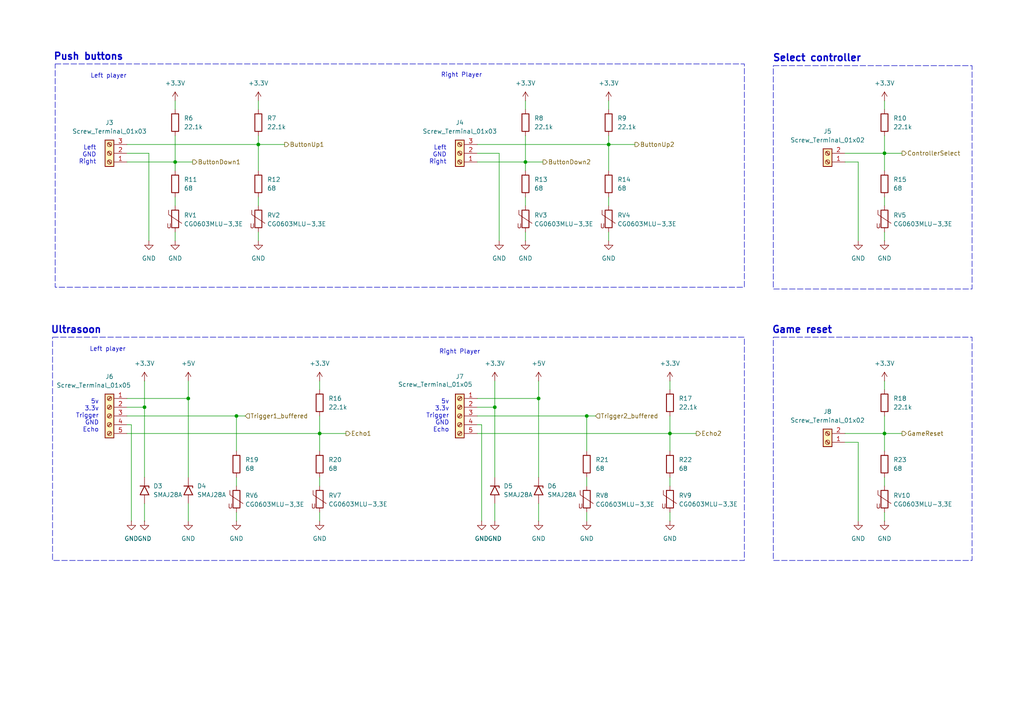
<source format=kicad_sch>
(kicad_sch (version 20231120) (generator "eeschema") (generator_version "8.0")
  (paper "A4")
  (title_block (title "Terminals") (date "2024-04-03") (rev "1.0") (company "Fontys") (comment 1 "Pong project") (comment 2 "Tommy de Wever") (comment 3 "Jochem Bosman"))
  (lib_symbols
    (symbol "Connector:Screw_Terminal_01x02" (pin_names (offset 1.016) hide)
      (property "Reference" "J" (at 0 2.54 0))
      (property "Value" "Screw_Terminal_01x02" (at 0 -5.08 0))
      (symbol "Screw_Terminal_01x02_1_1"
        (rectangle (start -1.27 1.27) (end 1.27 -3.81) (stroke (width 0.254)) (fill (type background)))
        (circle (center 0 -2.54) (radius 0.635) (stroke (width 0.1524)))
        (polyline (pts (xy -0.5334 -2.2098) (xy 0.3302 -3.048)) (stroke (width 0.1524)))
        (polyline (pts (xy -0.5334 0.3302) (xy 0.3302 -0.508)) (stroke (width 0.1524)))
        (polyline (pts (xy -0.3556 -2.032) (xy 0.508 -2.8702)) (stroke (width 0.1524)))
        (polyline (pts (xy -0.3556 0.508) (xy 0.508 -0.3302)) (stroke (width 0.1524)))
        (circle (center 0 0) (radius 0.635) (stroke (width 0.1524)))
        (pin passive line (at -5.08 0 0) (length 3.81) (name "Pin_1") (number "1"))
        (pin passive line (at -5.08 -2.54 0) (length 3.81) (name "Pin_2") (number "2"))
      )
    )
    (symbol "Connector:Screw_Terminal_01x03" (pin_names (offset 1.016) hide)
      (property "Reference" "J" (at 0 5.08 0))
      (property "Value" "Screw_Terminal_01x03" (at 0 -5.08 0))
      (symbol "Screw_Terminal_01x03_1_1"
        (rectangle (start -1.27 3.81) (end 1.27 -3.81) (stroke (width 0.254)) (fill (type background)))
        (circle (center 0 -2.54) (radius 0.635) (stroke (width 0.1524)))
        (polyline (pts (xy -0.5334 -2.2098) (xy 0.3302 -3.048)) (stroke (width 0.1524)))
        (polyline (pts (xy -0.5334 0.3302) (xy 0.3302 -0.508)) (stroke (width 0.1524)))
        (polyline (pts (xy -0.5334 2.8702) (xy 0.3302 2.032)) (stroke (width 0.1524)))
        (polyline (pts (xy -0.3556 -2.032) (xy 0.508 -2.8702)) (stroke (width 0.1524)))
        (polyline (pts (xy -0.3556 0.508) (xy 0.508 -0.3302)) (stroke (width 0.1524)))
        (polyline (pts (xy -0.3556 3.048) (xy 0.508 2.2098)) (stroke (width 0.1524)))
        (circle (center 0 0) (radius 0.635) (stroke (width 0.1524)))
        (circle (center 0 2.54) (radius 0.635) (stroke (width 0.1524)))
        (pin passive line (at -5.08 2.54 0) (length 3.81) (name "Pin_1") (number "1"))
        (pin passive line (at -5.08 0 0) (length 3.81) (name "Pin_2") (number "2"))
        (pin passive line (at -5.08 -2.54 0) (length 3.81) (name "Pin_3") (number "3"))
      )
    )
    (symbol "Connector:Screw_Terminal_01x05" (pin_names (offset 1.016) hide)
      (property "Reference" "J" (at 0 7.62 0))
      (property "Value" "Screw_Terminal_01x05" (at 0 -7.62 0))
      (symbol "Screw_Terminal_01x05_1_1"
        (rectangle (start -1.27 6.35) (end 1.27 -6.35) (stroke (width 0.254)) (fill (type background)))
        (circle (center 0 -5.08) (radius 0.635) (stroke (width 0.1524)))
        (circle (center 0 -2.54) (radius 0.635) (stroke (width 0.1524)))
        (polyline (pts (xy -0.5334 -4.7498) (xy 0.3302 -5.588)) (stroke (width 0.1524)))
        (polyline (pts (xy -0.5334 -2.2098) (xy 0.3302 -3.048)) (stroke (width 0.1524)))
        (polyline (pts (xy -0.5334 0.3302) (xy 0.3302 -0.508)) (stroke (width 0.1524)))
        (polyline (pts (xy -0.5334 2.8702) (xy 0.3302 2.032)) (stroke (width 0.1524)))
        (polyline (pts (xy -0.5334 5.4102) (xy 0.3302 4.572)) (stroke (width 0.1524)))
        (polyline (pts (xy -0.3556 -4.572) (xy 0.508 -5.4102)) (stroke (width 0.1524)))
        (polyline (pts (xy -0.3556 -2.032) (xy 0.508 -2.8702)) (stroke (width 0.1524)))
        (polyline (pts (xy -0.3556 0.508) (xy 0.508 -0.3302)) (stroke (width 0.1524)))
        (polyline (pts (xy -0.3556 3.048) (xy 0.508 2.2098)) (stroke (width 0.1524)))
        (polyline (pts (xy -0.3556 5.588) (xy 0.508 4.7498)) (stroke (width 0.1524)))
        (circle (center 0 0) (radius 0.635) (stroke (width 0.1524)))
        (circle (center 0 2.54) (radius 0.635) (stroke (width 0.1524)))
        (circle (center 0 5.08) (radius 0.635) (stroke (width 0.1524)))
        (pin passive line (at -5.08 5.08 0) (length 3.81) (name "Pin_1") (number "1"))
        (pin passive line (at -5.08 2.54 0) (length 3.81) (name "Pin_2") (number "2"))
        (pin passive line (at -5.08 0 0) (length 3.81) (name "Pin_3") (number "3"))
        (pin passive line (at -5.08 -2.54 0) (length 3.81) (name "Pin_4") (number "4"))
        (pin passive line (at -5.08 -5.08 0) (length 3.81) (name "Pin_5") (number "5"))
      )
    )
    (symbol "Device:R" (pin_numbers hide) (pin_names (offset 0))
      (property "Reference" "R" (at 2.032 0 90))
      (property "Value" "R" (at 0 0 90))
      (symbol "R_0_1"
        (rectangle (start -1.016 -2.54) (end 1.016 2.54) (stroke (width 0.254)))
      )
      (symbol "R_1_1"
        (pin passive line (at 0 3.81 270) (length 1.27) (name "~") (number "1"))
        (pin passive line (at 0 -3.81 90) (length 1.27) (name "~") (number "2"))
      )
    )
    (symbol "Device:Varistor" (pin_numbers hide) (pin_names (offset 0))
      (property "Reference" "RV" (at 3.175 0 90))
      (property "Value" "Varistor" (at -3.175 0 90))
      (symbol "Varistor_0_0"
        (text "U" (at -1.778 -2.032 0) (effects (font (size 1.27 1.27))))
      )
      (symbol "Varistor_0_1"
        (rectangle (start -1.016 -2.54) (end 1.016 2.54) (stroke (width 0.254)))
        (polyline (pts (xy -1.905 2.54) (xy -1.905 1.27) (xy 1.905 -1.27)))
      )
      (symbol "Varistor_1_1"
        (pin passive line (at 0 3.81 270) (length 1.27) (name "~") (number "1"))
        (pin passive line (at 0 -3.81 90) (length 1.27) (name "~") (number "2"))
      )
    )
    (symbol "Diode:SMAJ28A" (pin_numbers hide) (pin_names (offset 1.016) hide)
      (property "Reference" "D" (at 0 2.54 0))
      (property "Value" "SMAJ28A" (at 0 -2.54 0))
      (symbol "SMAJ28A_0_1"
        (polyline (pts (xy -0.762 1.27) (xy -1.27 1.27) (xy -1.27 -1.27)) (stroke (width 0.254)))
        (polyline (pts (xy 1.27 1.27) (xy 1.27 -1.27) (xy -1.27 0) (xy 1.27 1.27)) (stroke (width 0.254)))
      )
      (symbol "SMAJ28A_1_1"
        (pin passive line (at -3.81 0 0) (length 2.54) (name "A1") (number "1"))
        (pin passive line (at 3.81 0 180) (length 2.54) (name "A2") (number "2"))
      )
    )
    (symbol "power:+3.3V" (power) (pin_numbers hide) (pin_names (offset 0) hide)
      (property "Value" "+3.3V" (at 0 3.556 0))
      (symbol "+3.3V_0_1"
        (polyline (pts (xy -0.762 1.27) (xy 0 2.54)))
        (polyline (pts (xy 0 0) (xy 0 2.54)))
        (polyline (pts (xy 0 2.54) (xy 0.762 1.27)))
      )
      (symbol "+3.3V_1_1"
        (pin power_in line (at 0 0 90) (length 0) (name "~") (number "1"))
      )
    )
    (symbol "power:+5V" (power) (pin_numbers hide) (pin_names (offset 0) hide)
      (property "Value" "+5V" (at 0 3.556 0))
      (symbol "+5V_0_1"
        (polyline (pts (xy -0.762 1.27) (xy 0 2.54)))
        (polyline (pts (xy 0 0) (xy 0 2.54)))
        (polyline (pts (xy 0 2.54) (xy 0.762 1.27)))
      )
      (symbol "+5V_1_1"
        (pin power_in line (at 0 0 90) (length 0) (name "~") (number "1"))
      )
    )
    (symbol "power:GND" (power) (pin_numbers hide) (pin_names (offset 0) hide)
      (property "Value" "GND" (at 0 -3.81 0))
      (symbol "GND_0_1"
        (polyline (pts (xy 0 0) (xy 0 -1.27) (xy 1.27 -1.27) (xy 0 -2.54) (xy -1.27 -1.27) (xy 0 -1.27)))
      )
      (symbol "GND_1_1"
        (pin power_in line (at 0 0 270) (length 0) (name "~") (number "1"))
      )
    )
  )
  (junction (at 74.93 41.91))
  (junction (at 50.8 46.99))
  (junction (at 256.54 125.73))
  (junction (at 156.21 115.57))
  (junction (at 92.71 125.73))
  (junction (at 170.18 120.65))
  (junction (at 256.54 44.45))
  (junction (at 54.61 115.57))
  (junction (at 143.51 118.11))
  (junction (at 176.53 41.91))
  (junction (at 152.4 46.99))
  (junction (at 41.91 118.11))
  (junction (at 194.31 125.73))
  (junction (at 68.58 120.65))
  (wire (pts (xy 194.31 138.43) (xy 194.31 140.97)))
  (wire (pts (xy 256.54 44.45) (xy 261.62 44.45)))
  (wire (pts (xy 248.92 128.27) (xy 245.11 128.27)))
  (wire (pts (xy 50.8 57.15) (xy 50.8 59.69)))
  (wire (pts (xy 36.83 123.19) (xy 38.1 123.19)))
  (wire (pts (xy 138.43 44.45) (xy 144.78 44.45)))
  (wire (pts (xy 245.11 44.45) (xy 256.54 44.45)))
  (wire (pts (xy 50.8 46.99) (xy 50.8 49.53)))
  (wire (pts (xy 92.71 148.59) (xy 92.71 151.13)))
  (wire (pts (xy 152.4 67.31) (xy 152.4 69.85)))
  (wire (pts (xy 41.91 138.43) (xy 41.91 118.11)))
  (wire (pts (xy 138.43 125.73) (xy 194.31 125.73)))
  (wire (pts (xy 248.92 46.99) (xy 248.92 69.85)))
  (wire (pts (xy 36.83 44.45) (xy 43.18 44.45)))
  (wire (pts (xy 152.4 46.99) (xy 152.4 49.53)))
  (wire (pts (xy 256.54 39.37) (xy 256.54 44.45)))
  (wire (pts (xy 143.51 110.49) (xy 143.51 118.11)))
  (wire (pts (xy 92.71 110.49) (xy 92.71 113.03)))
  (wire (pts (xy 256.54 148.59) (xy 256.54 151.13)))
  (wire (pts (xy 256.54 44.45) (xy 256.54 49.53)))
  (wire (pts (xy 152.4 29.21) (xy 152.4 31.75)))
  (wire (pts (xy 68.58 120.65) (xy 71.12 120.65)))
  (wire (pts (xy 256.54 57.15) (xy 256.54 59.69)))
  (wire (pts (xy 68.58 138.43) (xy 68.58 140.97)))
  (wire (pts (xy 68.58 130.81) (xy 68.58 120.65)))
  (wire (pts (xy 248.92 46.99) (xy 245.11 46.99)))
  (wire (pts (xy 170.18 148.59) (xy 170.18 151.13)))
  (wire (pts (xy 176.53 29.21) (xy 176.53 31.75)))
  (wire (pts (xy 256.54 125.73) (xy 256.54 130.81)))
  (wire (pts (xy 152.4 46.99) (xy 157.48 46.99)))
  (wire (pts (xy 36.83 46.99) (xy 50.8 46.99)))
  (wire (pts (xy 74.93 41.91) (xy 82.55 41.91)))
  (wire (pts (xy 176.53 67.31) (xy 176.53 69.85)))
  (wire (pts (xy 74.93 39.37) (xy 74.93 41.91)))
  (wire (pts (xy 43.18 44.45) (xy 43.18 69.85)))
  (wire (pts (xy 50.8 67.31) (xy 50.8 69.85)))
  (wire (pts (xy 50.8 29.21) (xy 50.8 31.75)))
  (wire (pts (xy 50.8 39.37) (xy 50.8 46.99)))
  (wire (pts (xy 194.31 120.65) (xy 194.31 125.73)))
  (wire (pts (xy 156.21 146.05) (xy 156.21 151.13)))
  (wire (pts (xy 41.91 110.49) (xy 41.91 118.11)))
  (wire (pts (xy 152.4 57.15) (xy 152.4 59.69)))
  (wire (pts (xy 245.11 125.73) (xy 256.54 125.73)))
  (wire (pts (xy 176.53 39.37) (xy 176.53 41.91)))
  (wire (pts (xy 74.93 67.31) (xy 74.93 69.85)))
  (wire (pts (xy 54.61 110.49) (xy 54.61 115.57)))
  (wire (pts (xy 36.83 120.65) (xy 68.58 120.65)))
  (wire (pts (xy 74.93 29.21) (xy 74.93 31.75)))
  (wire (pts (xy 50.8 46.99) (xy 55.88 46.99)))
  (wire (pts (xy 92.71 125.73) (xy 100.33 125.73)))
  (wire (pts (xy 194.31 125.73) (xy 194.31 130.81)))
  (wire (pts (xy 194.31 148.59) (xy 194.31 151.13)))
  (wire (pts (xy 38.1 123.19) (xy 38.1 151.13)))
  (wire (pts (xy 92.71 125.73) (xy 92.71 130.81)))
  (wire (pts (xy 156.21 115.57) (xy 156.21 138.43)))
  (wire (pts (xy 256.54 29.21) (xy 256.54 31.75)))
  (wire (pts (xy 138.43 41.91) (xy 176.53 41.91)))
  (wire (pts (xy 156.21 110.49) (xy 156.21 115.57)))
  (wire (pts (xy 139.7 123.19) (xy 139.7 151.13)))
  (wire (pts (xy 256.54 67.31) (xy 256.54 69.85)))
  (wire (pts (xy 143.51 138.43) (xy 143.51 118.11)))
  (wire (pts (xy 256.54 110.49) (xy 256.54 113.03)))
  (wire (pts (xy 170.18 120.65) (xy 172.72 120.65)))
  (wire (pts (xy 256.54 138.43) (xy 256.54 140.97)))
  (wire (pts (xy 68.58 148.59) (xy 68.58 151.13)))
  (wire (pts (xy 54.61 115.57) (xy 54.61 138.43)))
  (wire (pts (xy 194.31 110.49) (xy 194.31 113.03)))
  (wire (pts (xy 143.51 146.05) (xy 143.51 151.13)))
  (wire (pts (xy 152.4 39.37) (xy 152.4 46.99)))
  (wire (pts (xy 41.91 146.05) (xy 41.91 151.13)))
  (wire (pts (xy 176.53 41.91) (xy 184.15 41.91)))
  (wire (pts (xy 36.83 125.73) (xy 92.71 125.73)))
  (wire (pts (xy 143.51 118.11) (xy 138.43 118.11)))
  (wire (pts (xy 248.92 128.27) (xy 248.92 151.13)))
  (wire (pts (xy 176.53 57.15) (xy 176.53 59.69)))
  (wire (pts (xy 256.54 125.73) (xy 261.62 125.73)))
  (wire (pts (xy 36.83 41.91) (xy 74.93 41.91)))
  (wire (pts (xy 176.53 41.91) (xy 176.53 49.53)))
  (wire (pts (xy 74.93 57.15) (xy 74.93 59.69)))
  (wire (pts (xy 54.61 146.05) (xy 54.61 151.13)))
  (wire (pts (xy 256.54 120.65) (xy 256.54 125.73)))
  (wire (pts (xy 144.78 44.45) (xy 144.78 69.85)))
  (wire (pts (xy 36.83 115.57) (xy 54.61 115.57)))
  (wire (pts (xy 92.71 138.43) (xy 92.71 140.97)))
  (wire (pts (xy 92.71 120.65) (xy 92.71 125.73)))
  (wire (pts (xy 138.43 46.99) (xy 152.4 46.99)))
  (wire (pts (xy 138.43 120.65) (xy 170.18 120.65)))
  (wire (pts (xy 194.31 125.73) (xy 201.93 125.73)))
  (wire (pts (xy 170.18 138.43) (xy 170.18 140.97)))
  (wire (pts (xy 41.91 118.11) (xy 36.83 118.11)))
  (wire (pts (xy 138.43 123.19) (xy 139.7 123.19)))
  (wire (pts (xy 170.18 130.81) (xy 170.18 120.65)))
  (wire (pts (xy 138.43 115.57) (xy 156.21 115.57)))
  (wire (pts (xy 74.93 41.91) (xy 74.93 49.53)))
  (rectangle (start 224.282 97.79) (end 281.94 162.56) (stroke (width 0) (type dash)))
  (rectangle (start 224.282 19.05) (end 281.94 83.82) (stroke (width 0) (type dash)))
  (rectangle (start 16.002 18.542) (end 215.9 83.312) (stroke (width 0) (type dash)))
  (rectangle (start 15.24 97.79) (end 215.9 162.56) (stroke (width 0) (type dash)))
  (text "5v\n3.3v\nTrigger\nGND\nEcho\n" (at 130.302 120.65 0) (effects (font (size 1.27 1.27)) (justify right)))
  (text "Ultrasoon" (at 22.098 95.758 0) (effects (font (size 2 2) (bold yes))))
  (text "Game reset" (at 232.664 95.758 0) (effects (font (size 2 2) (bold yes))))
  (text "Left\nGND\nRight" (at 129.54 44.958 0) (effects (font (size 1.27 1.27)) (justify right)))
  (text "5v\n3.3v\nTrigger\nGND\nEcho\n" (at 28.702 120.65 0) (effects (font (size 1.27 1.27)) (justify right)))
  (text "Left\nGND\nRight" (at 27.94 44.958 0) (effects (font (size 1.27 1.27)) (justify right)))
  (text "Push buttons" (at 25.654 16.51 0) (effects (font (size 2 2) (bold yes))))
  (text "Left player" (at 31.496 22.098 0) (effects (font (size 1.27 1.27))))
  (text "Right Player" (at 133.858 21.844 0) (effects (font (size 1.27 1.27))))
  (text "Select controller\n\n" (at 236.982 18.542 0) (effects (font (size 2 2) (bold yes))))
  (text "Right Player" (at 133.35 102.108 0) (effects (font (size 1.27 1.27))))
  (text "Left player" (at 31.242 101.346 0) (effects (font (size 1.27 1.27))))
  (hierarchical_label "GameReset" (shape output) (at 261.62 125.73 0))
  (hierarchical_label "Echo1" (shape output) (at 100.33 125.73 0))
  (hierarchical_label "ButtonUp1" (shape output) (at 82.55 41.91 0))
  (hierarchical_label "ControllerSelect" (shape output) (at 261.62 44.45 0))
  (hierarchical_label "ButtonDown2" (shape output) (at 157.48 46.99 0))
  (hierarchical_label "Trigger1_buffered" (shape input) (at 71.12 120.65 0))
  (hierarchical_label "Trigger2_buffered" (shape input) (at 172.72 120.65 0))
  (hierarchical_label "ButtonDown1" (shape output) (at 55.88 46.99 0))
  (hierarchical_label "ButtonUp2" (shape output) (at 184.15 41.91 0))
  (hierarchical_label "Echo2" (shape output) (at 201.93 125.73 0))
  (symbol (lib_id "power:GND") (at 50.8 69.85 0) (unit 1)
    (property "Reference" "#PWR047" (effects (hide yes)))
    (property "Value" "GND" (at 50.8 74.93 0))
    (property "Description" "Power symbol creates a global label with name \"GND\" , ground" (effects (hide yes)))
  )
  (symbol (lib_id "Device:Varistor") (at 194.31 144.78 0) (unit 1)
    (property "Reference" "RV9" (at 196.85 143.7032 0) (effects (justify left)))
    (property "Value" "CG0603MLU-3,3E" (at 196.85 146.2432 0) (effects (justify left)))
    (property "Footprint" "Resistor_SMD:R_0603_1608Metric" (effects (hide yes)))
    (property "Description" "Voltage dependent resistor" (effects (hide yes)))
    (property "Sim.Name" "kicad_builtin_varistor" (effects (hide yes)))
    (property "Sim.Device" "SUBCKT" (effects (hide yes)))
    (property "Sim.Pins" "1=A 2=B" (effects (hide yes)))
    (property "Sim.Params" "threshold=1k" (effects (hide yes)))
    (property "Sim.Library" "${KICAD7_SYMBOL_DIR}/Simulation_SPICE.sp" (effects (hide yes)))
  )
  (symbol (lib_id "Device:Varistor") (at 256.54 63.5 0) (unit 1)
    (property "Reference" "RV5" (at 259.08 62.4232 0) (effects (justify left)))
    (property "Value" "CG0603MLU-3,3E" (at 259.08 64.9632 0) (effects (justify left)))
    (property "Footprint" "Resistor_SMD:R_0603_1608Metric" (effects (hide yes)))
    (property "Description" "Voltage dependent resistor" (effects (hide yes)))
    (property "Sim.Name" "kicad_builtin_varistor" (effects (hide yes)))
    (property "Sim.Device" "SUBCKT" (effects (hide yes)))
    (property "Sim.Pins" "1=A 2=B" (effects (hide yes)))
    (property "Sim.Params" "threshold=1k" (effects (hide yes)))
    (property "Sim.Library" "${KICAD7_SYMBOL_DIR}/Simulation_SPICE.sp" (effects (hide yes)))
  )
  (symbol (lib_id "Device:R") (at 152.4 53.34 0) (unit 1)
    (property "Reference" "R13" (at 154.94 52.0699 0) (effects (justify left)))
    (property "Value" "68" (at 154.94 54.6099 0) (effects (justify left)))
    (property "Footprint" "Resistor_SMD:R_0603_1608Metric" (effects (hide yes)))
    (property "Description" "Resistor" (effects (hide yes)))
  )
  (symbol (lib_id "power:GND") (at 256.54 69.85 0) (unit 1)
    (property "Reference" "#PWR053" (effects (hide yes)))
    (property "Value" "GND" (at 256.54 74.93 0))
    (property "Description" "Power symbol creates a global label with name \"GND\" , ground" (effects (hide yes)))
  )
  (symbol (lib_id "power:GND") (at 152.4 69.85 0) (unit 1)
    (property "Reference" "#PWR050" (effects (hide yes)))
    (property "Value" "GND" (at 152.4 74.93 0))
    (property "Description" "Power symbol creates a global label with name \"GND\" , ground" (effects (hide yes)))
  )
  (symbol (lib_id "Connector:Screw_Terminal_01x02") (at 240.03 46.99 180) (unit 1)
    (property "Reference" "J5" (at 240.03 38.1 0))
    (property "Value" "Screw_Terminal_01x02" (at 240.03 40.64 0))
    (property "Footprint" "TerminalBlock_Phoenix:TerminalBlock_Phoenix_MKDS-1,5-2-5.08_1x02_P5.08mm_Horizontal" (effects (hide yes)))
    (property "Description" "Generic screw terminal, single row, 01x02, script generated (kicad-library-utils/schlib/autogen/connector/)" (effects (hide yes)))
  )
  (symbol (lib_id "power:GND") (at 92.71 151.13 0) (unit 1)
    (property "Reference" "#PWR065" (effects (hide yes)))
    (property "Value" "GND" (at 92.71 156.21 0))
    (property "Description" "Power symbol creates a global label with name \"GND\" , ground" (effects (hide yes)))
  )
  (symbol (lib_id "power:GND") (at 43.18 69.85 0) (unit 1)
    (property "Reference" "#PWR046" (effects (hide yes)))
    (property "Value" "GND" (at 43.18 74.93 0))
    (property "Description" "Power symbol creates a global label with name \"GND\" , ground" (effects (hide yes)))
  )
  (symbol (lib_id "Device:Varistor") (at 50.8 63.5 0) (unit 1)
    (property "Reference" "RV1" (at 53.34 62.4232 0) (effects (justify left)))
    (property "Value" "CG0603MLU-3,3E" (at 53.34 64.9632 0) (effects (justify left)))
    (property "Footprint" "Resistor_SMD:R_0603_1608Metric" (effects (hide yes)))
    (property "Description" "Voltage dependent resistor" (effects (hide yes)))
    (property "Sim.Name" "kicad_builtin_varistor" (effects (hide yes)))
    (property "Sim.Device" "SUBCKT" (effects (hide yes)))
    (property "Sim.Pins" "1=A 2=B" (effects (hide yes)))
    (property "Sim.Params" "threshold=1k" (effects (hide yes)))
    (property "Sim.Library" "${KICAD7_SYMBOL_DIR}/Simulation_SPICE.sp" (effects (hide yes)))
  )
  (symbol (lib_id "Device:R") (at 256.54 35.56 0) (unit 1)
    (property "Reference" "R10" (at 259.08 34.2899 0) (effects (justify left)))
    (property "Value" "22.1k" (at 259.08 36.8299 0) (effects (justify left)))
    (property "Footprint" "Resistor_SMD:R_0603_1608Metric" (effects (hide yes)))
    (property "Description" "Resistor" (effects (hide yes)))
  )
  (symbol (lib_id "Device:R") (at 92.71 116.84 0) (unit 1)
    (property "Reference" "R16" (at 95.25 115.5699 0) (effects (justify left)))
    (property "Value" "22.1k" (at 95.25 118.1099 0) (effects (justify left)))
    (property "Footprint" "Resistor_SMD:R_0603_1608Metric" (effects (hide yes)))
    (property "Description" "Resistor" (effects (hide yes)))
  )
  (symbol (lib_id "Device:Varistor") (at 74.93 63.5 0) (unit 1)
    (property "Reference" "RV2" (at 77.47 62.4232 0) (effects (justify left)))
    (property "Value" "CG0603MLU-3,3E" (at 77.47 64.9632 0) (effects (justify left)))
    (property "Footprint" "Resistor_SMD:R_0603_1608Metric" (effects (hide yes)))
    (property "Description" "Voltage dependent resistor" (effects (hide yes)))
    (property "Sim.Name" "kicad_builtin_varistor" (effects (hide yes)))
    (property "Sim.Device" "SUBCKT" (effects (hide yes)))
    (property "Sim.Pins" "1=A 2=B" (effects (hide yes)))
    (property "Sim.Params" "threshold=1k" (effects (hide yes)))
    (property "Sim.Library" "${KICAD7_SYMBOL_DIR}/Simulation_SPICE.sp" (effects (hide yes)))
  )
  (symbol (lib_id "Device:R") (at 256.54 134.62 0) (unit 1)
    (property "Reference" "R23" (at 259.08 133.3499 0) (effects (justify left)))
    (property "Value" "68" (at 259.08 135.8899 0) (effects (justify left)))
    (property "Footprint" "Resistor_SMD:R_0603_1608Metric" (effects (hide yes)))
    (property "Description" "Resistor" (effects (hide yes)))
  )
  (symbol (lib_id "Device:R") (at 256.54 53.34 0) (unit 1)
    (property "Reference" "R15" (at 259.08 52.0699 0) (effects (justify left)))
    (property "Value" "68" (at 259.08 54.6099 0) (effects (justify left)))
    (property "Footprint" "Resistor_SMD:R_0603_1608Metric" (effects (hide yes)))
    (property "Description" "Resistor" (effects (hide yes)))
  )
  (symbol (lib_id "Device:R") (at 74.93 35.56 0) (unit 1)
    (property "Reference" "R7" (at 77.47 34.2899 0) (effects (justify left)))
    (property "Value" "22.1k" (at 77.47 36.8299 0) (effects (justify left)))
    (property "Footprint" "Resistor_SMD:R_0603_1608Metric" (effects (hide yes)))
    (property "Description" "Resistor" (effects (hide yes)))
  )
  (symbol (lib_id "power:GND") (at 54.61 151.13 0) (unit 1)
    (property "Reference" "#PWR063" (effects (hide yes)))
    (property "Value" "GND" (at 54.61 156.21 0))
    (property "Description" "Power symbol creates a global label with name \"GND\" , ground" (effects (hide yes)))
  )
  (symbol (lib_id "power:+3.3V") (at 194.31 110.49 0) (unit 1)
    (property "Reference" "#PWR059" (effects (hide yes)))
    (property "Value" "+3.3V" (at 194.31 105.41 0))
    (property "Description" "Power symbol creates a global label with name \"+3.3V\"" (effects (hide yes)))
  )
  (symbol (lib_id "Device:R") (at 50.8 35.56 0) (unit 1)
    (property "Reference" "R6" (at 53.34 34.2899 0) (effects (justify left)))
    (property "Value" "22.1k" (at 53.34 36.8299 0) (effects (justify left)))
    (property "Footprint" "Resistor_SMD:R_0603_1608Metric" (effects (hide yes)))
    (property "Description" "Resistor" (effects (hide yes)))
  )
  (symbol (lib_id "Device:R") (at 176.53 53.34 0) (unit 1)
    (property "Reference" "R14" (at 179.07 52.0699 0) (effects (justify left)))
    (property "Value" "68" (at 179.07 54.6099 0) (effects (justify left)))
    (property "Footprint" "Resistor_SMD:R_0603_1608Metric" (effects (hide yes)))
    (property "Description" "Resistor" (effects (hide yes)))
  )
  (symbol (lib_id "power:GND") (at 144.78 69.85 0) (unit 1)
    (property "Reference" "#PWR049" (effects (hide yes)))
    (property "Value" "GND" (at 144.78 74.93 0))
    (property "Description" "Power symbol creates a global label with name \"GND\" , ground" (effects (hide yes)))
  )
  (symbol (lib_id "Device:Varistor") (at 176.53 63.5 0) (unit 1)
    (property "Reference" "RV4" (at 179.07 62.4232 0) (effects (justify left)))
    (property "Value" "CG0603MLU-3,3E" (at 179.07 64.9632 0) (effects (justify left)))
    (property "Footprint" "Resistor_SMD:R_0603_1608Metric" (effects (hide yes)))
    (property "Description" "Voltage dependent resistor" (effects (hide yes)))
    (property "Sim.Name" "kicad_builtin_varistor" (effects (hide yes)))
    (property "Sim.Device" "SUBCKT" (effects (hide yes)))
    (property "Sim.Pins" "1=A 2=B" (effects (hide yes)))
    (property "Sim.Params" "threshold=1k" (effects (hide yes)))
    (property "Sim.Library" "${KICAD7_SYMBOL_DIR}/Simulation_SPICE.sp" (effects (hide yes)))
  )
  (symbol (lib_id "Diode:SMAJ28A") (at 54.61 142.24 270) (unit 1)
    (property "Reference" "D4" (at 57.15 140.9699 90) (effects (justify left)))
    (property "Value" "SMAJ28A" (at 57.15 143.5099 90) (effects (justify left)))
    (property "Footprint" "Diode_SMD:D_SMA" (effects (hide yes)))
    (property "Datasheet" "https://www.littelfuse.com/media?resourcetype=datasheets&itemid=75e32973-b177-4ee3-a0ff-cedaf1abdb93&filename=smaj-datasheet" (effects (hide yes)))
    (property "Description" "400W unidirectional Transient Voltage Suppressor, 28.0Vr, SMA(DO-214AC)" (effects (hide yes)))
  )
  (symbol (lib_id "power:GND") (at 143.51 151.13 0) (unit 1)
    (property "Reference" "#PWR067" (effects (hide yes)))
    (property "Value" "GND" (at 143.51 156.21 0))
    (property "Description" "Power symbol creates a global label with name \"GND\" , ground" (effects (hide yes)))
  )
  (symbol (lib_id "Device:R") (at 170.18 134.62 0) (unit 1)
    (property "Reference" "R21" (at 172.72 133.3499 0) (effects (justify left)))
    (property "Value" "68" (at 172.72 135.8899 0) (effects (justify left)))
    (property "Footprint" "Resistor_SMD:R_0603_1608Metric" (effects (hide yes)))
    (property "Description" "Resistor" (effects (hide yes)))
  )
  (symbol (lib_id "power:+3.3V") (at 143.51 110.49 0) (unit 1)
    (property "Reference" "#PWR057" (effects (hide yes)))
    (property "Value" "+3.3V" (at 143.51 105.41 0))
    (property "Description" "Power symbol creates a global label with name \"+3.3V\"" (effects (hide yes)))
  )
  (symbol (lib_id "power:GND") (at 176.53 69.85 0) (unit 1)
    (property "Reference" "#PWR051" (effects (hide yes)))
    (property "Value" "GND" (at 176.53 74.93 0))
    (property "Description" "Power symbol creates a global label with name \"GND\" , ground" (effects (hide yes)))
  )
  (symbol (lib_id "Device:R") (at 50.8 53.34 0) (unit 1)
    (property "Reference" "R11" (at 53.34 52.0699 0) (effects (justify left)))
    (property "Value" "68" (at 53.34 54.6099 0) (effects (justify left)))
    (property "Footprint" "Resistor_SMD:R_0603_1608Metric" (effects (hide yes)))
    (property "Description" "Resistor" (effects (hide yes)))
  )
  (symbol (lib_id "power:GND") (at 248.92 151.13 0) (unit 1)
    (property "Reference" "#PWR071" (effects (hide yes)))
    (property "Value" "GND" (at 248.92 156.21 0))
    (property "Description" "Power symbol creates a global label with name \"GND\" , ground" (effects (hide yes)))
  )
  (symbol (lib_id "Connector:Screw_Terminal_01x03") (at 31.75 44.45 180) (unit 1)
    (property "Reference" "J3" (at 31.75 35.56 0))
    (property "Value" "Screw_Terminal_01x03" (at 31.75 38.1 0))
    (property "Footprint" "TerminalBlock_Phoenix:TerminalBlock_Phoenix_MKDS-1,5-3-5.08_1x03_P5.08mm_Horizontal" (effects (hide yes)))
    (property "Description" "Generic screw terminal, single row, 01x03, script generated (kicad-library-utils/schlib/autogen/connector/)" (effects (hide yes)))
  )
  (symbol (lib_id "Device:Varistor") (at 256.54 144.78 0) (unit 1)
    (property "Reference" "RV10" (at 259.08 143.7032 0) (effects (justify left)))
    (property "Value" "CG0603MLU-3,3E" (at 259.08 146.2432 0) (effects (justify left)))
    (property "Footprint" "Resistor_SMD:R_0603_1608Metric" (effects (hide yes)))
    (property "Description" "Voltage dependent resistor" (effects (hide yes)))
    (property "Sim.Name" "kicad_builtin_varistor" (effects (hide yes)))
    (property "Sim.Device" "SUBCKT" (effects (hide yes)))
    (property "Sim.Pins" "1=A 2=B" (effects (hide yes)))
    (property "Sim.Params" "threshold=1k" (effects (hide yes)))
    (property "Sim.Library" "${KICAD7_SYMBOL_DIR}/Simulation_SPICE.sp" (effects (hide yes)))
  )
  (symbol (lib_id "power:+5V") (at 54.61 110.49 0) (unit 1)
    (property "Reference" "#PWR055" (effects (hide yes)))
    (property "Value" "+5V" (at 54.61 105.41 0))
    (property "Description" "Power symbol creates a global label with name \"+5V\"" (effects (hide yes)))
  )
  (symbol (lib_id "Diode:SMAJ28A") (at 156.21 142.24 270) (unit 1)
    (property "Reference" "D6" (at 158.75 140.9699 90) (effects (justify left)))
    (property "Value" "SMAJ28A" (at 158.75 143.5099 90) (effects (justify left)))
    (property "Footprint" "Diode_SMD:D_SMA" (effects (hide yes)))
    (property "Datasheet" "https://www.littelfuse.com/media?resourcetype=datasheets&itemid=75e32973-b177-4ee3-a0ff-cedaf1abdb93&filename=smaj-datasheet" (effects (hide yes)))
    (property "Description" "400W unidirectional Transient Voltage Suppressor, 28.0Vr, SMA(DO-214AC)" (effects (hide yes)))
  )
  (symbol (lib_id "power:GND") (at 139.7 151.13 0) (unit 1)
    (property "Reference" "#PWR066" (effects (hide yes)))
    (property "Value" "GND" (at 139.7 156.21 0))
    (property "Description" "Power symbol creates a global label with name \"GND\" , ground" (effects (hide yes)))
  )
  (symbol (lib_id "power:GND") (at 74.93 69.85 0) (unit 1)
    (property "Reference" "#PWR048" (effects (hide yes)))
    (property "Value" "GND" (at 74.93 74.93 0))
    (property "Description" "Power symbol creates a global label with name \"GND\" , ground" (effects (hide yes)))
  )
  (symbol (lib_id "Device:R") (at 92.71 134.62 0) (unit 1)
    (property "Reference" "R20" (at 95.25 133.3499 0) (effects (justify left)))
    (property "Value" "68" (at 95.25 135.8899 0) (effects (justify left)))
    (property "Footprint" "Resistor_SMD:R_0603_1608Metric" (effects (hide yes)))
    (property "Description" "Resistor" (effects (hide yes)))
  )
  (symbol (lib_id "power:GND") (at 248.92 69.85 0) (unit 1)
    (property "Reference" "#PWR052" (effects (hide yes)))
    (property "Value" "GND" (at 248.92 74.93 0))
    (property "Description" "Power symbol creates a global label with name \"GND\" , ground" (effects (hide yes)))
  )
  (symbol (lib_id "power:+3.3V") (at 152.4 29.21 0) (unit 1)
    (property "Reference" "#PWR043" (effects (hide yes)))
    (property "Value" "+3.3V" (at 152.4 24.13 0))
    (property "Description" "Power symbol creates a global label with name \"+3.3V\"" (effects (hide yes)))
  )
  (symbol (lib_id "Diode:SMAJ28A") (at 41.91 142.24 270) (unit 1)
    (property "Reference" "D3" (at 44.45 140.9699 90) (effects (justify left)))
    (property "Value" "SMAJ28A" (at 44.45 143.5099 90) (effects (justify left)))
    (property "Footprint" "Diode_SMD:D_SMA" (effects (hide yes)))
    (property "Datasheet" "https://www.littelfuse.com/media?resourcetype=datasheets&itemid=75e32973-b177-4ee3-a0ff-cedaf1abdb93&filename=smaj-datasheet" (effects (hide yes)))
    (property "Description" "400W unidirectional Transient Voltage Suppressor, 28.0Vr, SMA(DO-214AC)" (effects (hide yes)))
  )
  (symbol (lib_id "power:+3.3V") (at 50.8 29.21 0) (unit 1)
    (property "Reference" "#PWR041" (effects (hide yes)))
    (property "Value" "+3.3V" (at 50.8 24.13 0))
    (property "Description" "Power symbol creates a global label with name \"+3.3V\"" (effects (hide yes)))
  )
  (symbol (lib_id "Device:R") (at 176.53 35.56 0) (unit 1)
    (property "Reference" "R9" (at 179.07 34.2899 0) (effects (justify left)))
    (property "Value" "22.1k" (at 179.07 36.8299 0) (effects (justify left)))
    (property "Footprint" "Resistor_SMD:R_0603_1608Metric" (effects (hide yes)))
    (property "Description" "Resistor" (effects (hide yes)))
  )
  (symbol (lib_id "Device:Varistor") (at 68.58 144.78 0) (unit 1)
    (property "Reference" "RV6" (at 71.12 143.7032 0) (effects (justify left)))
    (property "Value" "CG0603MLU-3,3E" (at 71.12 146.304 0) (effects (justify left)))
    (property "Footprint" "Resistor_SMD:R_0603_1608Metric" (effects (hide yes)))
    (property "Description" "Voltage dependent resistor" (effects (hide yes)))
    (property "Sim.Name" "kicad_builtin_varistor" (effects (hide yes)))
    (property "Sim.Device" "SUBCKT" (effects (hide yes)))
    (property "Sim.Pins" "1=A 2=B" (effects (hide yes)))
    (property "Sim.Params" "threshold=1k" (effects (hide yes)))
    (property "Sim.Library" "${KICAD7_SYMBOL_DIR}/Simulation_SPICE.sp" (effects (hide yes)))
  )
  (symbol (lib_id "power:GND") (at 194.31 151.13 0) (unit 1)
    (property "Reference" "#PWR070" (effects (hide yes)))
    (property "Value" "GND" (at 194.31 156.21 0))
    (property "Description" "Power symbol creates a global label with name \"GND\" , ground" (effects (hide yes)))
  )
  (symbol (lib_id "power:+3.3V") (at 176.53 29.21 0) (unit 1)
    (property "Reference" "#PWR044" (effects (hide yes)))
    (property "Value" "+3.3V" (at 176.53 24.13 0))
    (property "Description" "Power symbol creates a global label with name \"+3.3V\"" (effects (hide yes)))
  )
  (symbol (lib_id "power:GND") (at 41.91 151.13 0) (unit 1)
    (property "Reference" "#PWR062" (effects (hide yes)))
    (property "Value" "GND" (at 41.91 156.21 0))
    (property "Description" "Power symbol creates a global label with name \"GND\" , ground" (effects (hide yes)))
  )
  (symbol (lib_id "power:+3.3V") (at 74.93 29.21 0) (unit 1)
    (property "Reference" "#PWR042" (effects (hide yes)))
    (property "Value" "+3.3V" (at 74.93 24.13 0))
    (property "Description" "Power symbol creates a global label with name \"+3.3V\"" (effects (hide yes)))
  )
  (symbol (lib_id "power:+3.3V") (at 92.71 110.49 0) (unit 1)
    (property "Reference" "#PWR056" (effects (hide yes)))
    (property "Value" "+3.3V" (at 92.71 105.41 0))
    (property "Description" "Power symbol creates a global label with name \"+3.3V\"" (effects (hide yes)))
  )
  (symbol (lib_id "Device:Varistor") (at 92.71 144.78 0) (unit 1)
    (property "Reference" "RV7" (at 95.25 143.7032 0) (effects (justify left)))
    (property "Value" "CG0603MLU-3,3E" (at 95.25 146.2432 0) (effects (justify left)))
    (property "Footprint" "Resistor_SMD:R_0603_1608Metric" (effects (hide yes)))
    (property "Description" "Voltage dependent resistor" (effects (hide yes)))
    (property "Sim.Name" "kicad_builtin_varistor" (effects (hide yes)))
    (property "Sim.Device" "SUBCKT" (effects (hide yes)))
    (property "Sim.Pins" "1=A 2=B" (effects (hide yes)))
    (property "Sim.Params" "threshold=1k" (effects (hide yes)))
    (property "Sim.Library" "${KICAD7_SYMBOL_DIR}/Simulation_SPICE.sp" (effects (hide yes)))
  )
  (symbol (lib_id "power:+3.3V") (at 41.91 110.49 0) (unit 1)
    (property "Reference" "#PWR054" (effects (hide yes)))
    (property "Value" "+3.3V" (at 41.91 105.41 0))
    (property "Description" "Power symbol creates a global label with name \"+3.3V\"" (effects (hide yes)))
  )
  (symbol (lib_id "power:GND") (at 156.21 151.13 0) (unit 1)
    (property "Reference" "#PWR068" (effects (hide yes)))
    (property "Value" "GND" (at 156.21 156.21 0))
    (property "Description" "Power symbol creates a global label with name \"GND\" , ground" (effects (hide yes)))
  )
  (symbol (lib_id "Connector:Screw_Terminal_01x02") (at 240.03 128.27 180) (unit 1)
    (property "Reference" "J8" (at 240.03 119.38 0))
    (property "Value" "Screw_Terminal_01x02" (at 240.03 121.92 0))
    (property "Footprint" "TerminalBlock_Phoenix:TerminalBlock_Phoenix_MKDS-1,5-2-5.08_1x02_P5.08mm_Horizontal" (effects (hide yes)))
    (property "Description" "Generic screw terminal, single row, 01x02, script generated (kicad-library-utils/schlib/autogen/connector/)" (effects (hide yes)))
  )
  (symbol (lib_id "Connector:Screw_Terminal_01x05") (at 31.75 120.65 0) (mirror y) (unit 1)
    (property "Reference" "J6" (at 31.75 109.22 0))
    (property "Value" "Screw_Terminal_01x05" (at 27.178 111.76 0))
    (property "Footprint" "TerminalBlock_Phoenix:TerminalBlock_Phoenix_MKDS-1,5-5-5.08_1x05_P5.08mm_Horizontal" (effects (hide yes)))
    (property "Description" "Generic screw terminal, single row, 01x05, script generated (kicad-library-utils/schlib/autogen/connector/)" (effects (hide yes)))
  )
  (symbol (lib_id "Device:R") (at 194.31 134.62 0) (unit 1)
    (property "Reference" "R22" (at 196.85 133.3499 0) (effects (justify left)))
    (property "Value" "68" (at 196.85 135.8899 0) (effects (justify left)))
    (property "Footprint" "Resistor_SMD:R_0603_1608Metric" (effects (hide yes)))
    (property "Description" "Resistor" (effects (hide yes)))
  )
  (symbol (lib_id "Device:R") (at 68.58 134.62 0) (unit 1)
    (property "Reference" "R19" (at 71.12 133.3499 0) (effects (justify left)))
    (property "Value" "68" (at 71.12 135.8899 0) (effects (justify left)))
    (property "Footprint" "Resistor_SMD:R_0603_1608Metric" (effects (hide yes)))
    (property "Description" "Resistor" (effects (hide yes)))
  )
  (symbol (lib_id "Device:R") (at 194.31 116.84 0) (unit 1)
    (property "Reference" "R17" (at 196.85 115.5699 0) (effects (justify left)))
    (property "Value" "22.1k" (at 196.85 118.1099 0) (effects (justify left)))
    (property "Footprint" "Resistor_SMD:R_0603_1608Metric" (effects (hide yes)))
    (property "Description" "Resistor" (effects (hide yes)))
  )
  (symbol (lib_id "power:GND") (at 38.1 151.13 0) (unit 1)
    (property "Reference" "#PWR061" (effects (hide yes)))
    (property "Value" "GND" (at 38.1 156.21 0))
    (property "Description" "Power symbol creates a global label with name \"GND\" , ground" (effects (hide yes)))
  )
  (symbol (lib_id "power:+3.3V") (at 256.54 29.21 0) (unit 1)
    (property "Reference" "#PWR045" (effects (hide yes)))
    (property "Value" "+3.3V" (at 256.54 24.13 0))
    (property "Description" "Power symbol creates a global label with name \"+3.3V\"" (effects (hide yes)))
  )
  (symbol (lib_id "power:GND") (at 170.18 151.13 0) (unit 1)
    (property "Reference" "#PWR069" (effects (hide yes)))
    (property "Value" "GND" (at 170.18 156.21 0))
    (property "Description" "Power symbol creates a global label with name \"GND\" , ground" (effects (hide yes)))
  )
  (symbol (lib_id "Device:R") (at 152.4 35.56 0) (unit 1)
    (property "Reference" "R8" (at 154.94 34.2899 0) (effects (justify left)))
    (property "Value" "22.1k" (at 154.94 36.8299 0) (effects (justify left)))
    (property "Footprint" "Resistor_SMD:R_0603_1608Metric" (effects (hide yes)))
    (property "Description" "Resistor" (effects (hide yes)))
  )
  (symbol (lib_id "Connector:Screw_Terminal_01x05") (at 133.35 120.65 0) (mirror y) (unit 1)
    (property "Reference" "J7" (at 133.35 109.22 0))
    (property "Value" "Screw_Terminal_01x05" (at 126.238 111.506 0))
    (property "Footprint" "TerminalBlock_Phoenix:TerminalBlock_Phoenix_MKDS-1,5-5-5.08_1x05_P5.08mm_Horizontal" (effects (hide yes)))
    (property "Description" "Generic screw terminal, single row, 01x05, script generated (kicad-library-utils/schlib/autogen/connector/)" (effects (hide yes)))
  )
  (symbol (lib_id "Device:Varistor") (at 152.4 63.5 0) (unit 1)
    (property "Reference" "RV3" (at 154.94 62.4232 0) (effects (justify left)))
    (property "Value" "CG0603MLU-3,3E" (at 154.94 64.9632 0) (effects (justify left)))
    (property "Footprint" "Resistor_SMD:R_0603_1608Metric" (effects (hide yes)))
    (property "Description" "Voltage dependent resistor" (effects (hide yes)))
    (property "Sim.Name" "kicad_builtin_varistor" (effects (hide yes)))
    (property "Sim.Device" "SUBCKT" (effects (hide yes)))
    (property "Sim.Pins" "1=A 2=B" (effects (hide yes)))
    (property "Sim.Params" "threshold=1k" (effects (hide yes)))
    (property "Sim.Library" "${KICAD7_SYMBOL_DIR}/Simulation_SPICE.sp" (effects (hide yes)))
  )
  (symbol (lib_id "power:+5V") (at 156.21 110.49 0) (unit 1)
    (property "Reference" "#PWR058" (effects (hide yes)))
    (property "Value" "+5V" (at 156.21 105.41 0))
    (property "Description" "Power symbol creates a global label with name \"+5V\"" (effects (hide yes)))
  )
  (symbol (lib_id "Device:R") (at 256.54 116.84 0) (unit 1)
    (property "Reference" "R18" (at 259.08 115.5699 0) (effects (justify left)))
    (property "Value" "22.1k" (at 259.08 118.1099 0) (effects (justify left)))
    (property "Footprint" "Resistor_SMD:R_0603_1608Metric" (effects (hide yes)))
    (property "Description" "Resistor" (effects (hide yes)))
  )
  (symbol (lib_id "Connector:Screw_Terminal_01x03") (at 133.35 44.45 180) (unit 1)
    (property "Reference" "J4" (at 133.35 35.56 0))
    (property "Value" "Screw_Terminal_01x03" (at 133.35 38.1 0))
    (property "Footprint" "TerminalBlock_Phoenix:TerminalBlock_Phoenix_MKDS-1,5-3-5.08_1x03_P5.08mm_Horizontal" (effects (hide yes)))
    (property "Description" "Generic screw terminal, single row, 01x03, script generated (kicad-library-utils/schlib/autogen/connector/)" (effects (hide yes)))
  )
  (symbol (lib_id "Device:Varistor") (at 170.18 144.78 0) (unit 1)
    (property "Reference" "RV8" (at 172.72 143.7032 0) (effects (justify left)))
    (property "Value" "CG0603MLU-3,3E" (at 172.72 146.304 0) (effects (justify left)))
    (property "Footprint" "Resistor_SMD:R_0603_1608Metric" (effects (hide yes)))
    (property "Description" "Voltage dependent resistor" (effects (hide yes)))
    (property "Sim.Name" "kicad_builtin_varistor" (effects (hide yes)))
    (property "Sim.Device" "SUBCKT" (effects (hide yes)))
    (property "Sim.Pins" "1=A 2=B" (effects (hide yes)))
    (property "Sim.Params" "threshold=1k" (effects (hide yes)))
    (property "Sim.Library" "${KICAD7_SYMBOL_DIR}/Simulation_SPICE.sp" (effects (hide yes)))
  )
  (symbol (lib_id "power:GND") (at 256.54 151.13 0) (unit 1)
    (property "Reference" "#PWR072" (effects (hide yes)))
    (property "Value" "GND" (at 256.54 156.21 0))
    (property "Description" "Power symbol creates a global label with name \"GND\" , ground" (effects (hide yes)))
  )
  (symbol (lib_id "Diode:SMAJ28A") (at 143.51 142.24 270) (unit 1)
    (property "Reference" "D5" (at 146.05 140.9699 90) (effects (justify left)))
    (property "Value" "SMAJ28A" (at 146.05 143.5099 90) (effects (justify left)))
    (property "Footprint" "Diode_SMD:D_SMA" (effects (hide yes)))
    (property "Datasheet" "https://www.littelfuse.com/media?resourcetype=datasheets&itemid=75e32973-b177-4ee3-a0ff-cedaf1abdb93&filename=smaj-datasheet" (effects (hide yes)))
    (property "Description" "400W unidirectional Transient Voltage Suppressor, 28.0Vr, SMA(DO-214AC)" (effects (hide yes)))
  )
  (symbol (lib_id "power:+3.3V") (at 256.54 110.49 0) (unit 1)
    (property "Reference" "#PWR060" (effects (hide yes)))
    (property "Value" "+3.3V" (at 256.54 105.41 0))
    (property "Description" "Power symbol creates a global label with name \"+3.3V\"" (effects (hide yes)))
  )
  (symbol (lib_id "Device:R") (at 74.93 53.34 0) (unit 1)
    (property "Reference" "R12" (at 77.47 52.0699 0) (effects (justify left)))
    (property "Value" "68" (at 77.47 54.6099 0) (effects (justify left)))
    (property "Footprint" "Resistor_SMD:R_0603_1608Metric" (effects (hide yes)))
    (property "Description" "Resistor" (effects (hide yes)))
  )
  (symbol (lib_id "power:GND") (at 68.58 151.13 0) (unit 1)
    (property "Reference" "#PWR064" (effects (hide yes)))
    (property "Value" "GND" (at 68.58 156.21 0))
    (property "Description" "Power symbol creates a global label with name \"GND\" , ground" (effects (hide yes)))
  )
)
</source>
